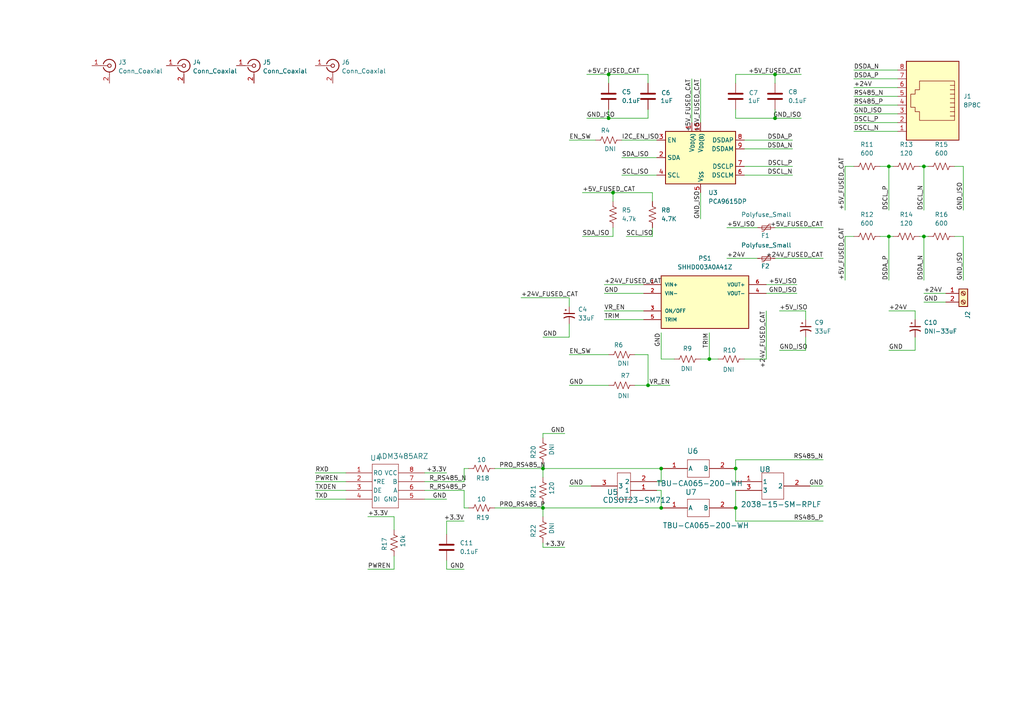
<source format=kicad_sch>
(kicad_sch (version 20231120) (generator "eeschema") (generator_version "8.0")
  (paper "A4")
  (lib_symbols
    (symbol "2024-06-30_08-03-42:TBU-CA065-200-WH" (pin_names (offset 0.254))
      (property "Reference" "U" (at 8.636 3.81 0))
      (property "Value" "TBU-CA065-200-WH" (at 18.542 -4.064 0))
      (symbol "TBU-CA065-200-WH_0_1"
        (polyline (pts (xy 7.62 -2.54) (xy 13.97 -2.54)) (stroke (width 0.127)))
        (polyline (pts (xy 7.62 2.54) (xy 7.62 -2.54)) (stroke (width 0.127)))
        (polyline (pts (xy 13.97 -2.54) (xy 13.97 2.54)) (stroke (width 0.127)))
        (polyline (pts (xy 13.97 2.54) (xy 7.62 2.54)) (stroke (width 0.127)))
      )
      (symbol "TBU-CA065-200-WH_1_1"
        (pin bidirectional line (at 0 0 0) (length 7.62) (name "A") (number "1"))
        (pin bidirectional line (at 21.59 0 180) (length 7.62) (name "B") (number "2"))
      )
    )
    (symbol "2024-06-30_08-04-56:2038-15-SM-RPLF" (pin_names (offset 0.254))
      (property "Reference" "U" (at 10.414 4.572 0))
      (property "Value" "2038-15-SM-RPLF" (at 14.478 -7.112 0))
      (symbol "2038-15-SM-RPLF_0_1"
        (polyline (pts (xy 7.62 -5.08) (xy 13.97 -5.08)) (stroke (width 0.127)))
        (polyline (pts (xy 7.62 2.54) (xy 7.62 -5.08)) (stroke (width 0.127)))
        (polyline (pts (xy 13.97 -5.08) (xy 13.97 2.54)) (stroke (width 0.127)))
        (polyline (pts (xy 13.97 2.54) (xy 7.62 2.54)) (stroke (width 0.127)))
        (pin unspecified line (at 0 0 0) (length 7.62) (name "1") (number "1"))
        (pin unspecified line (at 21.59 -1.27 180) (length 7.62) (name "2") (number "2"))
        (pin unspecified line (at 0 -2.54 0) (length 7.62) (name "3") (number "3"))
      )
    )
    (symbol "2024-06-30_08-05-07:CDSOT23-SM712" (pin_names (offset 0.254))
      (property "Reference" "U" (at 9.144 3.556 0))
      (property "Value" "CDSOT23-SM712" (at 10.16 -6.604 0))
      (symbol "CDSOT23-SM712_0_1"
        (polyline (pts (xy 7.62 -5.08) (xy 11.43 -5.08)) (stroke (width 0.127)))
        (polyline (pts (xy 7.62 2.54) (xy 7.62 -5.08)) (stroke (width 0.127)))
        (polyline (pts (xy 11.43 -5.08) (xy 11.43 2.54)) (stroke (width 0.127)))
        (polyline (pts (xy 11.43 2.54) (xy 7.62 2.54)) (stroke (width 0.127)))
        (pin unspecified line (at 0 0 0) (length 7.62) (name "1") (number "1"))
        (pin unspecified line (at 0 -2.54 0) (length 7.62) (name "2") (number "2"))
        (pin unspecified line (at 19.05 -1.27 180) (length 7.62) (name "3") (number "3"))
      )
    )
    (symbol "2024-07-01_07-35-17:ADM3485ARZ" (pin_names (offset 0.254))
      (property "Reference" "U" (at -3.302 9.652 0))
      (property "Value" "ADM3485ARZ" (at 2.032 7.112 0))
      (symbol "ADM3485ARZ_0_1"
        (polyline (pts (xy -3.81 -6.35) (xy 3.81 -6.35)) (stroke (width 0.127)))
        (polyline (pts (xy -3.81 6.35) (xy -3.81 -6.35)) (stroke (width 0.127)))
        (polyline (pts (xy 3.81 -6.35) (xy 3.81 6.35)) (stroke (width 0.127)))
        (polyline (pts (xy 3.81 6.35) (xy -3.81 6.35)) (stroke (width 0.127)))
        (pin unspecified line (at -11.43 3.81 0) (length 7.62) (name "RO") (number "1"))
        (pin unspecified line (at -11.43 1.27 0) (length 7.62) (name "*RE") (number "2"))
        (pin unspecified line (at -11.43 -1.27 0) (length 7.62) (name "DE") (number "3"))
        (pin unspecified line (at -11.43 -3.81 0) (length 7.62) (name "DI") (number "4"))
        (pin unspecified line (at 11.43 -3.81 180) (length 7.62) (name "GND") (number "5"))
        (pin unspecified line (at 11.43 -1.27 180) (length 7.62) (name "A") (number "6"))
        (pin unspecified line (at 11.43 1.27 180) (length 7.62) (name "B") (number "7"))
        (pin unspecified line (at 11.43 3.81 180) (length 7.62) (name "VCC") (number "8"))
      )
    )
    (symbol "Connector:8P8C" (pin_names (offset 1.016))
      (property "Reference" "J" (at -5.08 13.97 0))
      (property "Value" "8P8C" (at 2.54 13.97 0))
      (symbol "8P8C_0_1"
        (polyline (pts (xy -5.08 4.445) (xy -6.35 4.445)))
        (polyline (pts (xy -5.08 5.715) (xy -6.35 5.715)))
        (polyline (pts (xy -6.35 -3.175) (xy -5.08 -3.175) (xy -5.08 -3.175)))
        (polyline (pts (xy -6.35 -1.905) (xy -5.08 -1.905) (xy -5.08 -1.905)))
        (polyline (pts (xy -6.35 -0.635) (xy -5.08 -0.635) (xy -5.08 -0.635)))
        (polyline (pts (xy -6.35 0.635) (xy -5.08 0.635) (xy -5.08 0.635)))
        (polyline (pts (xy -6.35 1.905) (xy -5.08 1.905) (xy -5.08 1.905)))
        (polyline (pts (xy -5.08 3.175) (xy -6.35 3.175) (xy -6.35 3.175)))
        (polyline (pts (xy -6.35 -4.445) (xy -6.35 6.985) (xy 3.81 6.985) (xy 3.81 4.445) (xy 5.08 4.445) (xy 5.08 3.175) (xy 6.35 3.175) (xy 6.35 -0.635) (xy 5.08 -0.635) (xy 5.08 -1.905) (xy 3.81 -1.905) (xy 3.81 -4.445) (xy -6.35 -4.445) (xy -6.35 -4.445)))
        (rectangle (start 7.62 12.7) (end -7.62 -10.16) (stroke (width 0.254)) (fill (type background)))
      )
      (symbol "8P8C_1_1"
        (pin passive line (at 10.16 -7.62 180) (length 2.54) (name "~") (number "1"))
        (pin passive line (at 10.16 -5.08 180) (length 2.54) (name "~") (number "2"))
        (pin passive line (at 10.16 -2.54 180) (length 2.54) (name "~") (number "3"))
        (pin passive line (at 10.16 0 180) (length 2.54) (name "~") (number "4"))
        (pin passive line (at 10.16 2.54 180) (length 2.54) (name "~") (number "5"))
        (pin passive line (at 10.16 5.08 180) (length 2.54) (name "~") (number "6"))
        (pin passive line (at 10.16 7.62 180) (length 2.54) (name "~") (number "7"))
        (pin passive line (at 10.16 10.16 180) (length 2.54) (name "~") (number "8"))
      )
    )
    (symbol "Connector:Conn_Coaxial" (pin_names (offset 1.016) hide)
      (property "Reference" "J" (at 0.254 3.048 0))
      (property "Value" "Conn_Coaxial" (at 2.921 0 90))
      (symbol "Conn_Coaxial_0_1"
        (arc (start -1.778 -0.508) (mid 0.2311 -1.8066) (end 1.778 0) (stroke (width 0.254)))
        (polyline (pts (xy -2.54 0) (xy -0.508 0)))
        (polyline (pts (xy 0 -2.54) (xy 0 -1.778)))
        (circle (center 0 0) (radius 0.508) (stroke (width 0.2032)))
        (arc (start 1.778 0) (mid 0.2099 1.8101) (end -1.778 0.508) (stroke (width 0.254)))
      )
      (symbol "Conn_Coaxial_1_1"
        (pin passive line (at -5.08 0 0) (length 2.54) (name "In") (number "1"))
        (pin passive line (at 0 -5.08 90) (length 2.54) (name "Ext") (number "2"))
      )
    )
    (symbol "Connector:Screw_Terminal_01x02" (pin_names (offset 1.016) hide)
      (property "Reference" "J" (at 0 2.54 0))
      (property "Value" "Screw_Terminal_01x02" (at 0 -5.08 0))
      (symbol "Screw_Terminal_01x02_1_1"
        (rectangle (start -1.27 1.27) (end 1.27 -3.81) (stroke (width 0.254)) (fill (type background)))
        (circle (center 0 -2.54) (radius 0.635) (stroke (width 0.1524)))
        (polyline (pts (xy -0.5334 -2.2098) (xy 0.3302 -3.048)) (stroke (width 0.1524)))
        (polyline (pts (xy -0.5334 0.3302) (xy 0.3302 -0.508)) (stroke (width 0.1524)))
        (polyline (pts (xy -0.3556 -2.032) (xy 0.508 -2.8702)) (stroke (width 0.1524)))
        (polyline (pts (xy -0.3556 0.508) (xy 0.508 -0.3302)) (stroke (width 0.1524)))
        (circle (center 0 0) (radius 0.635) (stroke (width 0.1524)))
        (pin passive line (at -5.08 0 0) (length 3.81) (name "Pin_1") (number "1"))
        (pin passive line (at -5.08 -2.54 0) (length 3.81) (name "Pin_2") (number "2"))
      )
    )
    (symbol "Device:C" (pin_numbers hide) (pin_names (offset 0.254))
      (property "Reference" "C" (at 0.635 2.54 0))
      (property "Value" "C" (at 0.635 -2.54 0))
      (symbol "C_0_1"
        (polyline (pts (xy -2.032 -0.762) (xy 2.032 -0.762)) (stroke (width 0.508)))
        (polyline (pts (xy -2.032 0.762) (xy 2.032 0.762)) (stroke (width 0.508)))
      )
      (symbol "C_1_1"
        (pin passive line (at 0 3.81 270) (length 2.794) (name "~") (number "1"))
        (pin passive line (at 0 -3.81 90) (length 2.794) (name "~") (number "2"))
      )
    )
    (symbol "Device:C_Polarized_Small_US" (pin_numbers hide) (pin_names (offset 0.254) hide)
      (property "Reference" "C" (at 0.254 1.778 0))
      (property "Value" "C_Polarized_Small_US" (at 0.254 -2.032 0))
      (symbol "C_Polarized_Small_US_0_1"
        (polyline (pts (xy -1.524 0.508) (xy 1.524 0.508)) (stroke (width 0.3048)))
        (polyline (pts (xy -1.27 1.524) (xy -0.762 1.524)))
        (polyline (pts (xy -1.016 1.27) (xy -1.016 1.778)))
        (arc (start 1.524 -0.762) (mid 0 -0.3734) (end -1.524 -0.762) (stroke (width 0.3048)))
      )
      (symbol "C_Polarized_Small_US_1_1"
        (pin passive line (at 0 2.54 270) (length 2.032) (name "~") (number "1"))
        (pin passive line (at 0 -2.54 90) (length 2.032) (name "~") (number "2"))
      )
    )
    (symbol "Device:Polyfuse_Small" (pin_numbers hide) (pin_names (offset 0))
      (property "Reference" "F" (at -1.905 0 90))
      (property "Value" "Polyfuse_Small" (at 1.905 0 90))
      (symbol "Polyfuse_Small_0_1"
        (rectangle (start -0.508 1.27) (end 0.508 -1.27))
        (polyline (pts (xy 0 2.54) (xy 0 -2.54)))
        (polyline (pts (xy -1.016 1.27) (xy -1.016 0.762) (xy 1.016 -0.762) (xy 1.016 -1.27)))
      )
      (symbol "Polyfuse_Small_1_1"
        (pin passive line (at 0 2.54 270) (length 0.635) (name "~") (number "1"))
        (pin passive line (at 0 -2.54 90) (length 0.635) (name "~") (number "2"))
      )
    )
    (symbol "Device:R_US" (pin_numbers hide) (pin_names (offset 0))
      (property "Reference" "R" (at 2.54 0 90))
      (property "Value" "R_US" (at -2.54 0 90))
      (symbol "R_US_0_1"
        (polyline (pts (xy 0 -2.286) (xy 0 -2.54)))
        (polyline (pts (xy 0 2.286) (xy 0 2.54)))
        (polyline (pts (xy 0 -0.762) (xy 1.016 -1.143) (xy 0 -1.524) (xy -1.016 -1.905) (xy 0 -2.286)))
        (polyline (pts (xy 0 0.762) (xy 1.016 0.381) (xy 0 0) (xy -1.016 -0.381) (xy 0 -0.762)))
        (polyline (pts (xy 0 2.286) (xy 1.016 1.905) (xy 0 1.524) (xy -1.016 1.143) (xy 0 0.762)))
      )
      (symbol "R_US_1_1"
        (pin passive line (at 0 3.81 270) (length 1.27) (name "~") (number "1"))
        (pin passive line (at 0 -3.81 90) (length 1.27) (name "~") (number "2"))
      )
    )
    (symbol "Interface:PCA9615DP"
      (property "Reference" "U" (at -10.16 8.89 0))
      (property "Value" "PCA9615DP" (at 1.27 8.89 0))
      (symbol "PCA9615DP_0_1"
        (rectangle (start -10.16 7.62) (end 10.16 -7.62) (stroke (width 0.254)) (fill (type background)))
      )
      (symbol "PCA9615DP_1_1"
        (pin power_in line (at -2.54 10.16 270) (length 2.54) (name "V_{DD(A)}") (number "1"))
        (pin power_in line (at 0 10.16 270) (length 2.54) (name "V_{DD(B)}") (number "10"))
        (pin bidirectional line (at -12.7 0 0) (length 2.54) (name "SDA") (number "2"))
        (pin input line (at -12.7 5.08 0) (length 2.54) (name "EN") (number "3"))
        (pin bidirectional line (at -12.7 -5.08 0) (length 2.54) (name "SCL") (number "4"))
        (pin power_in line (at 0 -10.16 90) (length 2.54) (name "V_{SS}") (number "5"))
        (pin bidirectional line (at 12.7 -5.08 180) (length 2.54) (name "DSCLM") (number "6"))
        (pin bidirectional line (at 12.7 -2.54 180) (length 2.54) (name "DSCLP") (number "7"))
        (pin bidirectional line (at 12.7 5.08 180) (length 2.54) (name "DSDAP") (number "8"))
        (pin bidirectional line (at 12.7 2.54 180) (length 2.54) (name "DSDAM") (number "9"))
      )
    )
    (symbol "SHHD003A0A41Z:SHHD003A0A41Z" (pin_names (offset 1.016))
      (property "Reference" "PS" (at -12.7138 8.264 0))
      (property "Value" "SHHD003A0A41Z" (at -12.7158 -10.1726 0))
      (symbol "SHHD003A0A41Z_0_0"
        (rectangle (start -12.7 -7.62) (end 12.7 7.62) (stroke (width 0.254)) (fill (type background)))
        (pin input line (at -17.78 5.08 0) (length 5.08) (name "VIN+") (number "1"))
        (pin input line (at -17.78 2.54 0) (length 5.08) (name "VIN-") (number "2"))
        (pin input line (at -17.78 -2.54 0) (length 5.08) (name "ON/OFF") (number "3"))
        (pin output line (at 17.78 2.54 180) (length 5.08) (name "VOUT-") (number "4"))
        (pin input line (at -17.78 -5.08 0) (length 5.08) (name "TRIM") (number "5"))
        (pin output line (at 17.78 5.08 180) (length 5.08) (name "VOUT+") (number "6"))
      )
    )
  )
  (junction (at 213.36 147.32))
  (junction (at 157.48 135.89))
  (junction (at 176.53 34.29))
  (junction (at 191.77 147.32))
  (junction (at 176.53 21.59))
  (junction (at 267.97 68.58))
  (junction (at 205.74 104.14))
  (junction (at 191.77 135.89))
  (junction (at 257.81 68.58))
  (junction (at 213.36 135.89))
  (junction (at 187.96 111.76))
  (junction (at 177.8 55.88))
  (junction (at 224.79 34.29))
  (junction (at 157.48 147.32))
  (junction (at 224.79 21.59))
  (junction (at 267.97 48.26))
  (junction (at 257.81 48.26))
  (wire (pts (xy 181.61 68.58) (xy 189.23 68.58)))
  (wire (pts (xy 189.23 55.88) (xy 189.23 58.42)))
  (wire (pts (xy 177.8 55.88) (xy 189.23 55.88)))
  (wire (pts (xy 205.74 104.14) (xy 208.28 104.14)))
  (wire (pts (xy 215.9 104.14) (xy 222.25 104.14)))
  (wire (pts (xy 213.36 34.29) (xy 213.36 31.75)))
  (wire (pts (xy 274.32 87.63) (xy 267.97 87.63)))
  (wire (pts (xy 184.15 102.87) (xy 187.96 102.87)))
  (wire (pts (xy 157.48 146.05) (xy 157.48 147.32)))
  (wire (pts (xy 213.36 151.13) (xy 238.76 151.13)))
  (wire (pts (xy 213.36 133.35) (xy 213.36 135.89)))
  (wire (pts (xy 175.26 90.17) (xy 186.69 90.17)))
  (wire (pts (xy 213.36 142.24) (xy 213.36 147.32)))
  (wire (pts (xy 157.48 134.62) (xy 157.48 135.89)))
  (wire (pts (xy 123.19 144.78) (xy 129.54 144.78)))
  (wire (pts (xy 222.25 82.55) (xy 231.14 82.55)))
  (wire (pts (xy 255.27 68.58) (xy 257.81 68.58)))
  (wire (pts (xy 279.4 81.28) (xy 279.4 68.58)))
  (wire (pts (xy 191.77 96.52) (xy 191.77 104.14)))
  (wire (pts (xy 266.7 48.26) (xy 267.97 48.26)))
  (wire (pts (xy 276.86 68.58) (xy 279.4 68.58)))
  (wire (pts (xy 191.77 142.24) (xy 191.77 147.32)))
  (wire (pts (xy 213.36 135.89) (xy 213.36 139.7)))
  (wire (pts (xy 189.23 66.04) (xy 189.23 68.58)))
  (wire (pts (xy 157.48 147.32) (xy 191.77 147.32)))
  (wire (pts (xy 215.9 43.18) (xy 229.87 43.18)))
  (wire (pts (xy 210.82 66.04) (xy 219.71 66.04)))
  (wire (pts (xy 165.1 140.97) (xy 171.45 140.97)))
  (wire (pts (xy 157.48 135.89) (xy 157.48 138.43)))
  (wire (pts (xy 170.18 34.29) (xy 176.53 34.29)))
  (wire (pts (xy 165.1 111.76) (xy 176.53 111.76)))
  (wire (pts (xy 213.36 147.32) (xy 213.36 151.13)))
  (wire (pts (xy 175.26 82.55) (xy 186.69 82.55)))
  (wire (pts (xy 187.96 31.75) (xy 187.96 34.29)))
  (wire (pts (xy 180.34 45.72) (xy 190.5 45.72)))
  (wire (pts (xy 247.65 33.02) (xy 260.35 33.02)))
  (wire (pts (xy 224.79 34.29) (xy 213.36 34.29)))
  (wire (pts (xy 257.81 101.6) (xy 265.43 101.6)))
  (wire (pts (xy 195.58 104.14) (xy 191.77 104.14)))
  (wire (pts (xy 245.11 81.28) (xy 245.11 68.58)))
  (wire (pts (xy 91.44 137.16) (xy 100.33 137.16)))
  (wire (pts (xy 175.26 92.71) (xy 186.69 92.71)))
  (wire (pts (xy 170.18 21.59) (xy 176.53 21.59)))
  (wire (pts (xy 177.8 55.88) (xy 177.8 58.42)))
  (wire (pts (xy 114.3 161.29) (xy 114.3 165.1)))
  (wire (pts (xy 203.2 22.86) (xy 203.2 35.56)))
  (wire (pts (xy 151.13 86.36) (xy 165.1 86.36)))
  (wire (pts (xy 226.06 101.6) (xy 233.68 101.6)))
  (wire (pts (xy 267.97 48.26) (xy 269.24 48.26)))
  (wire (pts (xy 267.97 81.28) (xy 267.97 68.58)))
  (wire (pts (xy 257.81 60.96) (xy 257.81 48.26)))
  (wire (pts (xy 233.68 97.79) (xy 233.68 101.6)))
  (wire (pts (xy 129.54 151.13) (xy 134.62 151.13)))
  (wire (pts (xy 274.32 85.09) (xy 267.97 85.09)))
  (wire (pts (xy 190.5 139.7) (xy 191.77 139.7)))
  (wire (pts (xy 257.81 68.58) (xy 259.08 68.58)))
  (wire (pts (xy 177.8 66.04) (xy 177.8 68.58)))
  (wire (pts (xy 205.74 96.52) (xy 205.74 104.14)))
  (wire (pts (xy 176.53 31.75) (xy 176.53 34.29)))
  (wire (pts (xy 247.65 38.1) (xy 260.35 38.1)))
  (wire (pts (xy 215.9 40.64) (xy 229.87 40.64)))
  (wire (pts (xy 134.62 142.24) (xy 134.62 147.32)))
  (wire (pts (xy 257.81 90.17) (xy 265.43 90.17)))
  (wire (pts (xy 247.65 22.86) (xy 260.35 22.86)))
  (wire (pts (xy 245.11 48.26) (xy 247.65 48.26)))
  (wire (pts (xy 180.34 40.64) (xy 190.5 40.64)))
  (wire (pts (xy 222.25 85.09) (xy 231.14 85.09)))
  (wire (pts (xy 134.62 139.7) (xy 134.62 135.89)))
  (wire (pts (xy 224.79 66.04) (xy 238.76 66.04)))
  (wire (pts (xy 157.48 157.48) (xy 157.48 158.75)))
  (wire (pts (xy 123.19 142.24) (xy 134.62 142.24)))
  (wire (pts (xy 123.19 137.16) (xy 129.54 137.16)))
  (wire (pts (xy 257.81 81.28) (xy 257.81 68.58)))
  (wire (pts (xy 267.97 68.58) (xy 269.24 68.58)))
  (wire (pts (xy 215.9 48.26) (xy 229.87 48.26)))
  (wire (pts (xy 247.65 27.94) (xy 260.35 27.94)))
  (wire (pts (xy 213.36 21.59) (xy 213.36 24.13)))
  (wire (pts (xy 224.79 21.59) (xy 232.41 21.59)))
  (wire (pts (xy 106.68 165.1) (xy 114.3 165.1)))
  (wire (pts (xy 265.43 92.71) (xy 265.43 90.17)))
  (wire (pts (xy 224.79 74.93) (xy 238.76 74.93)))
  (wire (pts (xy 180.34 50.8) (xy 190.5 50.8)))
  (wire (pts (xy 134.62 135.89) (xy 135.89 135.89)))
  (wire (pts (xy 257.81 48.26) (xy 259.08 48.26)))
  (wire (pts (xy 91.44 139.7) (xy 100.33 139.7)))
  (wire (pts (xy 187.96 111.76) (xy 194.31 111.76)))
  (wire (pts (xy 157.48 135.89) (xy 191.77 135.89)))
  (wire (pts (xy 123.19 139.7) (xy 134.62 139.7)))
  (wire (pts (xy 190.5 142.24) (xy 191.77 142.24)))
  (wire (pts (xy 168.91 68.58) (xy 177.8 68.58)))
  (wire (pts (xy 157.48 125.73) (xy 163.83 125.73)))
  (wire (pts (xy 203.2 104.14) (xy 205.74 104.14)))
  (wire (pts (xy 224.79 31.75) (xy 224.79 34.29)))
  (wire (pts (xy 191.77 139.7) (xy 191.77 135.89)))
  (wire (pts (xy 233.68 92.71) (xy 233.68 90.17)))
  (wire (pts (xy 245.11 60.96) (xy 245.11 48.26)))
  (wire (pts (xy 234.95 140.97) (xy 238.76 140.97)))
  (wire (pts (xy 210.82 74.93) (xy 219.71 74.93)))
  (wire (pts (xy 134.62 147.32) (xy 135.89 147.32)))
  (wire (pts (xy 114.3 153.67) (xy 114.3 149.86)))
  (wire (pts (xy 165.1 40.64) (xy 172.72 40.64)))
  (wire (pts (xy 224.79 21.59) (xy 213.36 21.59)))
  (wire (pts (xy 267.97 60.96) (xy 267.97 48.26)))
  (wire (pts (xy 165.1 102.87) (xy 176.53 102.87)))
  (wire (pts (xy 200.66 22.86) (xy 200.66 35.56)))
  (wire (pts (xy 91.44 144.78) (xy 100.33 144.78)))
  (wire (pts (xy 91.44 142.24) (xy 100.33 142.24)))
  (wire (pts (xy 106.68 149.86) (xy 114.3 149.86)))
  (wire (pts (xy 187.96 24.13) (xy 187.96 21.59)))
  (wire (pts (xy 265.43 97.79) (xy 265.43 101.6)))
  (wire (pts (xy 215.9 50.8) (xy 229.87 50.8)))
  (wire (pts (xy 247.65 35.56) (xy 260.35 35.56)))
  (wire (pts (xy 176.53 34.29) (xy 187.96 34.29)))
  (wire (pts (xy 157.48 97.79) (xy 165.1 97.79)))
  (wire (pts (xy 247.65 20.32) (xy 260.35 20.32)))
  (wire (pts (xy 176.53 24.13) (xy 176.53 21.59)))
  (wire (pts (xy 279.4 60.96) (xy 279.4 48.26)))
  (wire (pts (xy 247.65 30.48) (xy 260.35 30.48)))
  (wire (pts (xy 187.96 102.87) (xy 187.96 111.76)))
  (wire (pts (xy 157.48 127) (xy 157.48 125.73)))
  (wire (pts (xy 255.27 48.26) (xy 257.81 48.26)))
  (wire (pts (xy 224.79 34.29) (xy 232.41 34.29)))
  (wire (pts (xy 203.2 55.88) (xy 203.2 63.5)))
  (wire (pts (xy 187.96 111.76) (xy 184.15 111.76)))
  (wire (pts (xy 165.1 88.9) (xy 165.1 86.36)))
  (wire (pts (xy 168.91 55.88) (xy 177.8 55.88)))
  (wire (pts (xy 187.96 21.59) (xy 176.53 21.59)))
  (wire (pts (xy 213.36 133.35) (xy 238.76 133.35)))
  (wire (pts (xy 266.7 68.58) (xy 267.97 68.58)))
  (wire (pts (xy 175.26 85.09) (xy 186.69 85.09)))
  (wire (pts (xy 157.48 147.32) (xy 157.48 149.86)))
  (wire (pts (xy 143.51 147.32) (xy 157.48 147.32)))
  (wire (pts (xy 245.11 68.58) (xy 247.65 68.58)))
  (wire (pts (xy 129.54 154.94) (xy 129.54 151.13)))
  (wire (pts (xy 129.54 165.1) (xy 134.62 165.1)))
  (wire (pts (xy 157.48 158.75) (xy 163.83 158.75)))
  (wire (pts (xy 222.25 90.17) (xy 222.25 104.14)))
  (wire (pts (xy 224.79 24.13) (xy 224.79 21.59)))
  (wire (pts (xy 165.1 93.98) (xy 165.1 97.79)))
  (wire (pts (xy 129.54 162.56) (xy 129.54 165.1)))
  (wire (pts (xy 226.06 90.17) (xy 233.68 90.17)))
  (wire (pts (xy 276.86 48.26) (xy 279.4 48.26)))
  (wire (pts (xy 143.51 135.89) (xy 157.48 135.89)))
  (wire (pts (xy 247.65 25.4) (xy 260.35 25.4)))
  (label "VR_EN" (at 175.26 90.17 0))
  (label "GND" (at 165.1 140.97 0))
  (label "TXD" (at 91.44 144.78 0))
  (label "SCL_ISO" (at 180.34 50.8 0))
  (label "GND" (at 267.97 87.63 0))
  (label "GND_ISO" (at 231.14 85.09 180))
  (label "GND_ISO" (at 226.06 101.6 0))
  (label "GND" (at 163.83 125.73 180))
  (label "+3.3V" (at 134.62 151.13 180))
  (label "DSDA_P" (at 229.87 40.64 180))
  (label "VR_EN" (at 194.31 111.76 180))
  (label "PWREN" (at 106.68 165.1 0))
  (label "+5V_ISO" (at 210.82 66.04 0))
  (label "TRIM" (at 175.26 92.71 0))
  (label "+24V_FUSED_CAT" (at 222.25 90.17 270))
  (label "+3.3V" (at 129.54 137.16 180))
  (label "DSDA_P" (at 257.81 81.28 90))
  (label "EN_SW" (at 165.1 40.64 0))
  (label "R_RS485_N" (at 124.46 139.7 0))
  (label "GND_ISO" (at 279.4 60.96 90))
  (label "SDA_ISO" (at 168.91 68.58 0))
  (label "DSCL_N" (at 229.87 50.8 180))
  (label "GND_ISO" (at 279.4 81.28 90))
  (label "SDA_ISO" (at 180.34 45.72 0))
  (label "DSDA_P" (at 247.65 22.86 0))
  (label "TRIM" (at 205.74 96.52 270))
  (label "DSCL_P" (at 247.65 35.56 0))
  (label "GND_ISO" (at 232.41 34.29 180))
  (label "+3.3V" (at 163.83 158.75 180))
  (label "PRO_RS485_P" (at 144.78 147.32 0))
  (label "+5V_ISO" (at 231.14 82.55 180))
  (label "DSCL_N" (at 267.97 60.96 90))
  (label "+24V_FUSED_CAT" (at 175.26 82.55 0))
  (label "GND" (at 175.26 85.09 0))
  (label "+5V_FUSED_CAT" (at 238.76 66.04 180))
  (label "+24V" (at 210.82 74.93 0))
  (label "DSDA_N" (at 247.65 20.32 0))
  (label "SCL_ISO" (at 181.61 68.58 0))
  (label "EN_SW" (at 165.1 102.87 0))
  (label "+5V_FUSED_CAT" (at 245.11 81.28 90))
  (label "GND" (at 129.54 144.78 180))
  (label "R_RS485_P" (at 124.46 142.24 0))
  (label "+24V_FUSED_CAT" (at 238.76 74.93 180))
  (label "+24V" (at 267.97 85.09 0))
  (label "RS485_N" (at 238.76 133.35 180))
  (label "GND" (at 165.1 111.76 0))
  (label "PRO_RS485_N" (at 144.78 135.89 0))
  (label "TXDEN" (at 91.44 142.24 0))
  (label "GND_ISO" (at 170.18 34.29 0))
  (label "DSCL_P" (at 229.87 48.26 180))
  (label "+5V_FUSED_CAT" (at 232.41 21.59 180))
  (label "RXD" (at 91.44 137.16 0))
  (label "GND" (at 257.81 101.6 0))
  (label "RS485_N" (at 247.65 27.94 0))
  (label "GND_ISO" (at 247.65 33.02 0))
  (label "DSCL_P" (at 257.81 60.96 90))
  (label "GND" (at 134.62 165.1 180))
  (label "DSDA_N" (at 229.87 43.18 180))
  (label "+3.3V" (at 106.68 149.86 0))
  (label "GND_ISO" (at 203.2 63.5 90))
  (label "GND" (at 157.48 97.79 0))
  (label "GND" (at 238.76 140.97 180))
  (label "+5V_FUSED_CAT" (at 200.66 22.86 270))
  (label "+24V_FUSED_CAT" (at 151.13 86.36 0))
  (label "GND" (at 191.77 96.52 270))
  (label "I2C_EN_ISO" (at 180.34 40.64 0))
  (label "PWREN" (at 91.44 139.7 0))
  (label "RS485_P" (at 247.65 30.48 0))
  (label "+5V_FUSED_CAT" (at 245.11 60.96 90))
  (label "RS485_P" (at 238.76 151.13 180))
  (label "+5V_FUSED_CAT" (at 170.18 21.59 0))
  (label "+24V" (at 257.81 90.17 0))
  (label "+5V_FUSED_CAT" (at 168.91 55.88 0))
  (label "+24V" (at 247.65 25.4 0))
  (label "+5V_ISO" (at 226.06 90.17 0))
  (label "DSCL_N" (at 247.65 38.1 0))
  (label "DSDA_N" (at 267.97 81.28 90))
  (label "+5V_FUSED_CAT" (at 203.2 22.86 270))
  (symbol (lib_id "Device:R_US") (at 189.23 62.23 0) (unit 1)
    (property "Reference" "R8" (at 191.77 60.9599 0) (effects (justify left)))
    (property "Value" "4.7K" (at 191.77 63.4999 0) (effects (justify left)))
    (property "Footprint" "Resistor_SMD:R_0402_1005Metric_Pad0.72x0.64mm_HandSolder" (effects (hide yes)))
    (property "Description" "Resistor, US symbol" (effects (hide yes)))
  )
  (symbol (lib_id "Device:R_US") (at 157.48 142.24 0) (unit 1)
    (property "Reference" "R21" (at 154.686 144.526 90) (effects (justify left)))
    (property "Value" "120" (at 160.02 143.5099 90) (effects (justify left)))
    (property "Footprint" "Resistor_SMD:R_0402_1005Metric_Pad0.72x0.64mm_HandSolder" (effects (hide yes)))
    (property "Description" "Resistor, US symbol" (effects (hide yes)))
  )
  (symbol (lib_id "Connector:Conn_Coaxial") (at 31.75 19.05 0) (unit 1)
    (property "Reference" "J3" (at 34.29 18.0731 0) (effects (justify left)))
    (property "Value" "Conn_Coaxial" (at 34.29 20.6131 0) (effects (justify left)))
    (property "Datasheet" " ~" (effects (hide yes)))
    (property "Description" "coaxial connector (BNC, SMA, SMB, SMC, Cinch/RCA, LEMO, ...)" (effects (hide yes)))
  )
  (symbol (lib_id "Device:R_US") (at 262.89 48.26 90) (unit 1)
    (property "Reference" "R13" (at 262.89 41.91 90))
    (property "Value" "120" (at 262.89 44.45 90))
    (property "Footprint" "Resistor_SMD:R_0402_1005Metric_Pad0.72x0.64mm_HandSolder" (effects (hide yes)))
    (property "Description" "Resistor, US symbol" (effects (hide yes)))
  )
  (symbol (lib_id "Device:Polyfuse_Small") (at 222.25 74.93 90) (unit 1)
    (property "Reference" "F2" (at 221.996 77.216 90))
    (property "Value" "Polyfuse_Small" (at 222.25 71.12 90))
    (property "Footprint" "Fuse:Fuse_1812_4532Metric_Pad1.30x3.40mm_HandSolder" (effects (hide yes)))
    (property "Description" "Resettable fuse, polymeric positive temperature coefficient, small symbol" (effects (hide yes)))
  )
  (symbol (lib_id "Device:R_US") (at 199.39 104.14 270) (unit 1)
    (property "Reference" "R9" (at 199.39 101.092 90))
    (property "Value" "DNI" (at 199.136 106.934 90))
    (property "Footprint" "Resistor_SMD:R_0402_1005Metric_Pad0.72x0.64mm_HandSolder" (effects (hide yes)))
    (property "Description" "Resistor, US symbol" (effects (hide yes)))
  )
  (symbol (lib_id "Device:R_US") (at 262.89 68.58 90) (unit 1)
    (property "Reference" "R14" (at 262.89 62.23 90))
    (property "Value" "120" (at 262.89 64.77 90))
    (property "Footprint" "Resistor_SMD:R_0402_1005Metric_Pad0.72x0.64mm_HandSolder" (effects (hide yes)))
    (property "Description" "Resistor, US symbol" (effects (hide yes)))
  )
  (symbol (lib_id "Interface:PCA9615DP") (at 203.2 45.72 0) (unit 1)
    (property "Reference" "U3" (at 205.4241 55.88 0) (effects (justify left)))
    (property "Value" "PCA9615DP" (at 205.4241 58.42 0) (effects (justify left)))
    (property "Footprint" "Package_SO:TSSOP-10_3x3mm_P0.5mm" (effects (hide yes)))
    (property "Datasheet" "https://www.nxp.com/docs/en/data-sheet/PCA9615.pdf" (effects (hide yes)))
    (property "Description" "Dual bidirectional hot-swap multipoint bus buffer, SO-8" (effects (hide yes)))
  )
  (symbol (lib_id "Device:R_US") (at 177.8 62.23 0) (unit 1)
    (property "Reference" "R5" (at 180.34 60.9599 0) (effects (justify left)))
    (property "Value" "4.7k" (at 180.34 63.4999 0) (effects (justify left)))
    (property "Footprint" "Resistor_SMD:R_0402_1005Metric_Pad0.72x0.64mm_HandSolder" (effects (hide yes)))
    (property "Description" "Resistor, US symbol" (effects (hide yes)))
  )
  (symbol (lib_id "Device:R_US") (at 273.05 68.58 90) (unit 1)
    (property "Reference" "R16" (at 273.05 62.23 90))
    (property "Value" "600" (at 273.05 64.77 90))
    (property "Footprint" "Resistor_SMD:R_0402_1005Metric_Pad0.72x0.64mm_HandSolder" (effects (hide yes)))
    (property "Description" "Resistor, US symbol" (effects (hide yes)))
  )
  (symbol (lib_id "Device:R_US") (at 212.09 104.14 270) (unit 1)
    (property "Reference" "R10" (at 211.582 101.6 90))
    (property "Value" "DNI" (at 211.328 107.188 90))
    (property "Footprint" "Resistor_SMD:R_0402_1005Metric_Pad0.72x0.64mm_HandSolder" (effects (hide yes)))
    (property "Description" "Resistor, US symbol" (effects (hide yes)))
  )
  (symbol (lib_id "Device:Polyfuse_Small") (at 222.25 66.04 90) (unit 1)
    (property "Reference" "F1" (at 221.996 68.326 90))
    (property "Value" "Polyfuse_Small" (at 222.25 62.23 90))
    (property "Footprint" "Fuse:Fuse_0805_2012Metric_Pad1.15x1.40mm_HandSolder" (effects (hide yes)))
    (property "Description" "Resettable fuse, polymeric positive temperature coefficient, small symbol" (effects (hide yes)))
  )
  (symbol (lib_id "Device:R_US") (at 157.48 153.67 0) (unit 1)
    (property "Reference" "R22" (at 154.686 155.956 90) (effects (justify left)))
    (property "Value" "DNI" (at 160.02 154.9399 90) (effects (justify left)))
    (property "Footprint" "Resistor_SMD:R_0402_1005Metric_Pad0.72x0.64mm_HandSolder" (effects (hide yes)))
    (property "Description" "Resistor, US symbol" (effects (hide yes)))
  )
  (symbol (lib_id "Device:C") (at 129.54 158.75 0) (unit 1)
    (property "Reference" "C11" (at 133.35 157.4799 0) (effects (justify left)))
    (property "Value" "0.1uF" (at 133.35 160.0199 0) (effects (justify left)))
    (property "Footprint" "Capacitor_SMD:C_0402_1005Metric_Pad0.74x0.62mm_HandSolder" (effects (hide yes)))
    (property "Description" "Unpolarized capacitor" (effects (hide yes)))
  )
  (symbol (lib_id "Device:R_US") (at 251.46 68.58 90) (unit 1)
    (property "Reference" "R12" (at 251.46 62.23 90))
    (property "Value" "600" (at 251.46 64.77 90))
    (property "Footprint" "Resistor_SMD:R_0402_1005Metric_Pad0.72x0.64mm_HandSolder" (effects (hide yes)))
    (property "Description" "Resistor, US symbol" (effects (hide yes)))
  )
  (symbol (lib_id "Device:R_US") (at 157.48 130.81 0) (unit 1)
    (property "Reference" "R20" (at 154.686 133.096 90) (effects (justify left)))
    (property "Value" "DNI" (at 160.02 132.0799 90) (effects (justify left)))
    (property "Footprint" "Resistor_SMD:R_0402_1005Metric_Pad0.72x0.64mm_HandSolder" (effects (hide yes)))
    (property "Description" "Resistor, US symbol" (effects (hide yes)))
  )
  (symbol (lib_id "Connector:Conn_Coaxial") (at 53.34 19.05 0) (unit 1)
    (property "Reference" "J4" (at 55.88 18.0731 0) (effects (justify left)))
    (property "Value" "Conn_Coaxial" (at 55.88 20.6131 0) (effects (justify left)))
    (property "Datasheet" " ~" (effects (hide yes)))
    (property "Description" "coaxial connector (BNC, SMA, SMB, SMC, Cinch/RCA, LEMO, ...)" (effects (hide yes)))
  )
  (symbol (lib_id "Device:R_US") (at 180.34 111.76 270) (unit 1)
    (property "Reference" "R7" (at 181.356 108.966 90))
    (property "Value" "DNI" (at 180.848 114.808 90))
    (property "Footprint" "Resistor_SMD:R_0402_1005Metric_Pad0.72x0.64mm_HandSolder" (effects (hide yes)))
    (property "Description" "Resistor, US symbol" (effects (hide yes)))
  )
  (symbol (lib_id "Device:R_US") (at 273.05 48.26 90) (unit 1)
    (property "Reference" "R15" (at 273.05 41.91 90))
    (property "Value" "600" (at 273.05 44.45 90))
    (property "Footprint" "Resistor_SMD:R_0402_1005Metric_Pad0.72x0.64mm_HandSolder" (effects (hide yes)))
    (property "Description" "Resistor, US symbol" (effects (hide yes)))
  )
  (symbol (lib_id "Device:R_US") (at 139.7 147.32 90) (unit 1)
    (property "Reference" "R19" (at 141.986 150.114 90) (effects (justify left)))
    (property "Value" "10" (at 140.9699 144.78 90) (effects (justify left)))
    (property "Footprint" "Resistor_SMD:R_0603_1608Metric_Pad0.98x0.95mm_HandSolder" (effects (hide yes)))
    (property "Description" "CRCW060310R0JNEAHP" (effects (hide yes)))
  )
  (symbol (lib_id "Device:C_Polarized_Small_US") (at 233.68 95.25 0) (unit 1)
    (property "Reference" "C9" (at 236.22 93.5481 0) (effects (justify left)))
    (property "Value" "33uF" (at 236.22 96.0881 0) (effects (justify left)))
    (property "Footprint" "Capacitor_SMD:CP_Elec_8x10" (effects (hide yes)))
    (property "Description" "Polarized capacitor, small US symbol" (effects (hide yes)))
  )
  (symbol (lib_id "2024-06-30_08-04-56:2038-15-SM-RPLF") (at 213.36 139.7 0) (unit 1)
    (property "Reference" "U8" (at 223.52 136.144 0) (effects (font (size 1.524 1.524)) (justify right)))
    (property "Value" "2038-15-SM-RPLF" (at 238.252 146.304 0) (effects (font (size 1.524 1.524)) (justify right)))
    (property "Footprint" "footprints:IC3_2038-15-SM-RPLF_BRN" (effects (hide yes)))
    (property "Datasheet" "2038-15-SM-RPLF" (effects (hide yes)))
  )
  (symbol (lib_id "Device:R_US") (at 139.7 135.89 90) (unit 1)
    (property "Reference" "R18" (at 141.986 138.684 90) (effects (justify left)))
    (property "Value" "10" (at 140.9699 133.35 90) (effects (justify left)))
    (property "Footprint" "Resistor_SMD:R_0603_1608Metric_Pad0.98x0.95mm_HandSolder" (effects (hide yes)))
    (property "Description" "CRCW060310R0JNEAHP" (effects (hide yes)))
  )
  (symbol (lib_id "Connector:8P8C") (at 270.51 30.48 0) (mirror y) (unit 1)
    (property "Reference" "J1" (at 279.4 27.9399 0) (effects (justify right)))
    (property "Value" "8P8C" (at 279.4 30.4799 0) (effects (justify right)))
    (property "Footprint" "footprints:CONN8_2-908LF_AMP" (effects (hide yes)))
    (property "Description" "RJ connector, 8P8C (8 positions 8 connected), RJ31/RJ32/RJ33/RJ34/RJ35/RJ41/RJ45/RJ49/RJ61" (effects (hide yes)))
  )
  (symbol (lib_id "Device:R_US") (at 114.3 157.48 0) (unit 1)
    (property "Reference" "R17" (at 111.506 159.766 90) (effects (justify left)))
    (property "Value" "10k" (at 116.84 158.7499 90) (effects (justify left)))
    (property "Footprint" "Resistor_SMD:R_0402_1005Metric_Pad0.72x0.64mm_HandSolder" (effects (hide yes)))
    (property "Description" "Resistor, US symbol" (effects (hide yes)))
  )
  (symbol (lib_id "Device:R_US") (at 180.34 102.87 270) (unit 1)
    (property "Reference" "R6" (at 178.054 100.076 90) (effects (justify left)))
    (property "Value" "DNI" (at 179.0701 105.41 90) (effects (justify left)))
    (property "Footprint" "Resistor_SMD:R_0402_1005Metric_Pad0.72x0.64mm_HandSolder" (effects (hide yes)))
    (property "Description" "Resistor, US symbol" (effects (hide yes)))
  )
  (symbol (lib_id "Connector:Screw_Terminal_01x02") (at 279.4 85.09 0) (unit 1)
    (property "Reference" "J2" (at 280.6701 90.17 90) (effects (justify right)))
    (property "Value" "Screw_Terminal_01x02" (effects (hide yes)))
    (property "Footprint" "Connector_PinHeader_2.54mm:PinHeader_1x02_P2.54mm_Vertical" (effects (hide yes)))
    (property "Description" "Generic screw terminal, single row, 01x02, script generated (kicad-library-utils/schlib/autogen/connector/)" (effects (hide yes)))
  )
  (symbol (lib_id "Connector:Conn_Coaxial") (at 73.66 19.05 0) (unit 1)
    (property "Reference" "J5" (at 76.2 18.0731 0) (effects (justify left)))
    (property "Value" "Conn_Coaxial" (at 76.2 20.6131 0) (effects (justify left)))
    (property "Datasheet" " ~" (effects (hide yes)))
    (property "Description" "coaxial connector (BNC, SMA, SMB, SMC, Cinch/RCA, LEMO, ...)" (effects (hide yes)))
  )
  (symbol (lib_id "Device:R_US") (at 251.46 48.26 90) (unit 1)
    (property "Reference" "R11" (at 251.46 41.91 90))
    (property "Value" "600" (at 251.46 44.45 90))
    (property "Footprint" "Resistor_SMD:R_0402_1005Metric_Pad0.72x0.64mm_HandSolder" (effects (hide yes)))
    (property "Description" "Resistor, US symbol" (effects (hide yes)))
  )
  (symbol (lib_id "2024-06-30_08-03-42:TBU-CA065-200-WH") (at 191.77 147.32 0) (unit 1)
    (property "Reference" "U7" (at 200.406 142.748 0) (effects (font (size 1.524 1.524))))
    (property "Value" "TBU-CA065-200-WH" (at 204.724 152.4 0) (effects (font (size 1.524 1.524))))
    (property "Footprint" "footprints:TBU-CA065-200-WH" (effects (hide yes)))
    (property "Datasheet" "TBU-CA065-200-WH" (effects (hide yes)))
  )
  (symbol (lib_id "2024-06-30_08-05-07:CDSOT23-SM712") (at 190.5 142.24 180) (unit 1)
    (property "Reference" "U5" (at 176.022 142.748 0) (effects (font (size 1.524 1.524)) (justify right)))
    (property "Value" "CDSOT23-SM712" (at 174.752 145.034 0) (effects (font (size 1.524 1.524)) (justify right)))
    (property "Footprint" "footprints:SOT_SM712" (effects (hide yes)))
    (property "Datasheet" "CDSOT23-SM712" (effects (hide yes)))
  )
  (symbol (lib_id "Device:C_Polarized_Small_US") (at 165.1 91.44 0) (unit 1)
    (property "Reference" "C4" (at 167.64 89.7381 0) (effects (justify left)))
    (property "Value" "33uF" (at 167.64 92.2781 0) (effects (justify left)))
    (property "Footprint" "Capacitor_SMD:CP_Elec_8x10" (effects (hide yes)))
    (property "Description" "Polarized capacitor, small US symbol" (effects (hide yes)))
  )
  (symbol (lib_id "2024-07-01_07-35-17:ADM3485ARZ") (at 111.76 140.97 0) (unit 1)
    (property "Reference" "U4" (at 108.966 132.842 0) (effects (font (size 1.524 1.524))))
    (property "Value" "ADM3485ARZ" (at 116.84 132.334 0) (effects (font (size 1.524 1.524))))
    (property "Footprint" "footprints:R_8_ADI" (effects (hide yes)))
    (property "Datasheet" "ADM3485ARZ" (effects (hide yes)))
  )
  (symbol (lib_id "Connector:Conn_Coaxial") (at 96.52 19.05 0) (unit 1)
    (property "Reference" "J6" (at 99.06 18.0731 0) (effects (justify left)))
    (property "Value" "Conn_Coaxial" (at 99.06 20.6131 0) (effects (justify left)))
    (property "Datasheet" " ~" (effects (hide yes)))
    (property "Description" "coaxial connector (BNC, SMA, SMB, SMC, Cinch/RCA, LEMO, ...)" (effects (hide yes)))
  )
  (symbol (lib_id "Device:C") (at 176.53 27.94 0) (unit 1)
    (property "Reference" "C5" (at 180.34 26.6699 0) (effects (justify left)))
    (property "Value" "0.1uF" (at 180.34 29.2099 0) (effects (justify left)))
    (property "Footprint" "Capacitor_SMD:C_0402_1005Metric_Pad0.74x0.62mm_HandSolder" (effects (hide yes)))
    (property "Description" "Unpolarized capacitor" (effects (hide yes)))
  )
  (symbol (lib_id "Device:R_US") (at 176.53 40.64 270) (unit 1)
    (property "Reference" "R4" (at 174.244 37.846 90) (effects (justify left)))
    (property "Value" "DNI" (at 175.2601 43.18 90) (effects (justify left)))
    (property "Footprint" "Resistor_SMD:R_0402_1005Metric_Pad0.72x0.64mm_HandSolder" (effects (hide yes)))
    (property "Description" "Resistor, US symbol" (effects (hide yes)))
  )
  (symbol (lib_id "Device:C") (at 187.96 27.94 0) (unit 1)
    (property "Reference" "C6" (at 191.77 26.924 0) (effects (justify left)))
    (property "Value" "1uF" (at 191.516 29.21 0) (effects (justify left)))
    (property "Footprint" "Capacitor_SMD:C_0805_2012Metric" (effects (hide yes)))
    (property "Description" "Unpolarized capacitor" (effects (hide yes)))
  )
  (symbol (lib_id "Device:C") (at 224.79 27.94 0) (unit 1)
    (property "Reference" "C8" (at 228.6 26.6699 0) (effects (justify left)))
    (property "Value" "0.1uF" (at 228.6 29.2099 0) (effects (justify left)))
    (property "Footprint" "Capacitor_SMD:C_0402_1005Metric_Pad0.74x0.62mm_HandSolder" (effects (hide yes)))
    (property "Description" "Unpolarized capacitor" (effects (hide yes)))
  )
  (symbol (lib_id "2024-06-30_08-03-42:TBU-CA065-200-WH") (at 191.77 135.89 0) (unit 1)
    (property "Reference" "U6" (at 200.914 130.81 0) (effects (font (size 1.524 1.524))))
    (property "Value" "TBU-CA065-200-WH" (at 202.946 140.208 0) (effects (font (size 1.524 1.524))))
    (property "Footprint" "footprints:TBU-CA065-200-WH" (effects (hide yes)))
    (property "Datasheet" "TBU-CA065-200-WH" (effects (hide yes)))
  )
  (symbol (lib_id "Device:C_Polarized_Small_US") (at 265.43 95.25 0) (unit 1)
    (property "Reference" "C10" (at 267.97 93.5481 0) (effects (justify left)))
    (property "Value" "DNI-33uF" (at 267.97 96.0881 0) (effects (justify left)))
    (property "Footprint" "Capacitor_SMD:CP_Elec_8x10" (effects (hide yes)))
    (property "Description" "Polarized capacitor, small US symbol" (effects (hide yes)))
  )
  (symbol (lib_id "SHHD003A0A41Z:SHHD003A0A41Z") (at 204.47 87.63 0) (unit 1)
    (property "Reference" "PS1" (at 204.47 74.93 0))
    (property "Value" "SHHD003A0A41Z" (at 204.47 77.47 0))
    (property "Footprint" "footprints:CONV_SHHD003A0A41Z" (effects (hide yes)))
    (property "SnapEDA_Link" "https://www.snapeda.com/parts/SHHD003A0A41Z/B+%2526+B+Electronics/view-part/?ref=snap" (effects (hide yes)))
    (property "Description_1" "\nIsolated Module DC DC Converter 1 Output 5V - - 3A 18V - 75V Input\n" (effects (hide yes)))
    (property "Package" "DIP-6 GE Critical Power" (effects (hide yes)))
    (property "Check_prices" "https://www.snapeda.com/parts/SHHD003A0A41Z/B+%2526+B+Electronics/view-part/?ref=eda" (effects (hide yes)))
    (property "STANDARD" "IPC-7251" (effects (hide yes)))
    (property "MF" "ABB Power Electronics Inc." (effects (hide yes)))
    (property "MP" "SHHD003A0A41Z" (effects (hide yes)))
    (property "MANUFACTURER" "GE Critical Power" (effects (hide yes)))
  )
  (symbol (lib_id "Device:C") (at 213.36 27.94 0) (unit 1)
    (property "Reference" "C7" (at 217.17 26.924 0) (effects (justify left)))
    (property "Value" "1uF" (at 216.916 29.21 0) (effects (justify left)))
    (property "Footprint" "Capacitor_SMD:C_0805_2012Metric" (effects (hide yes)))
    (property "Description" "Unpolarized capacitor" (effects (hide yes)))
  )
)
</source>
